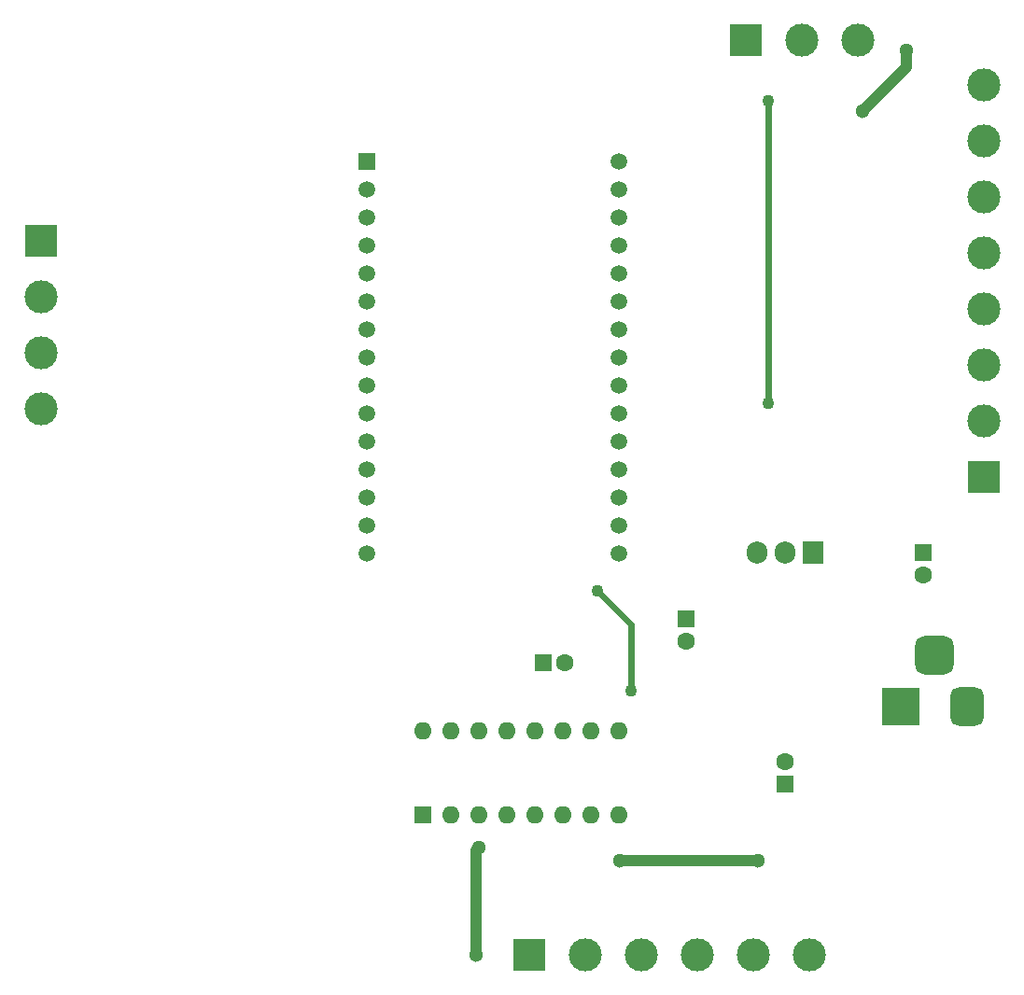
<source format=gbr>
%TF.GenerationSoftware,KiCad,Pcbnew,8.0.8*%
%TF.CreationDate,2025-03-03T11:51:37-05:00*%
%TF.ProjectId,PCB Andres Ortiz,50434220-416e-4647-9265-73204f727469,rev?*%
%TF.SameCoordinates,Original*%
%TF.FileFunction,Copper,L1,Top*%
%TF.FilePolarity,Positive*%
%FSLAX46Y46*%
G04 Gerber Fmt 4.6, Leading zero omitted, Abs format (unit mm)*
G04 Created by KiCad (PCBNEW 8.0.8) date 2025-03-03 11:51:37*
%MOMM*%
%LPD*%
G01*
G04 APERTURE LIST*
G04 Aperture macros list*
%AMRoundRect*
0 Rectangle with rounded corners*
0 $1 Rounding radius*
0 $2 $3 $4 $5 $6 $7 $8 $9 X,Y pos of 4 corners*
0 Add a 4 corners polygon primitive as box body*
4,1,4,$2,$3,$4,$5,$6,$7,$8,$9,$2,$3,0*
0 Add four circle primitives for the rounded corners*
1,1,$1+$1,$2,$3*
1,1,$1+$1,$4,$5*
1,1,$1+$1,$6,$7*
1,1,$1+$1,$8,$9*
0 Add four rect primitives between the rounded corners*
20,1,$1+$1,$2,$3,$4,$5,0*
20,1,$1+$1,$4,$5,$6,$7,0*
20,1,$1+$1,$6,$7,$8,$9,0*
20,1,$1+$1,$8,$9,$2,$3,0*%
G04 Aperture macros list end*
%TA.AperFunction,ComponentPad*%
%ADD10R,3.000000X3.000000*%
%TD*%
%TA.AperFunction,ComponentPad*%
%ADD11C,3.000000*%
%TD*%
%TA.AperFunction,ComponentPad*%
%ADD12R,3.500000X3.500000*%
%TD*%
%TA.AperFunction,ComponentPad*%
%ADD13RoundRect,0.750000X0.750000X1.000000X-0.750000X1.000000X-0.750000X-1.000000X0.750000X-1.000000X0*%
%TD*%
%TA.AperFunction,ComponentPad*%
%ADD14RoundRect,0.875000X0.875000X0.875000X-0.875000X0.875000X-0.875000X-0.875000X0.875000X-0.875000X0*%
%TD*%
%TA.AperFunction,ComponentPad*%
%ADD15R,1.600000X1.600000*%
%TD*%
%TA.AperFunction,ComponentPad*%
%ADD16C,1.600000*%
%TD*%
%TA.AperFunction,ComponentPad*%
%ADD17R,1.500000X1.500000*%
%TD*%
%TA.AperFunction,ComponentPad*%
%ADD18C,1.500000*%
%TD*%
%TA.AperFunction,ComponentPad*%
%ADD19O,1.600000X1.600000*%
%TD*%
%TA.AperFunction,ComponentPad*%
%ADD20R,1.905000X2.000000*%
%TD*%
%TA.AperFunction,ComponentPad*%
%ADD21O,1.905000X2.000000*%
%TD*%
%TA.AperFunction,ViaPad*%
%ADD22C,1.300000*%
%TD*%
%TA.AperFunction,ViaPad*%
%ADD23C,1.100000*%
%TD*%
%TA.AperFunction,Conductor*%
%ADD24C,1.000000*%
%TD*%
%TA.AperFunction,Conductor*%
%ADD25C,0.600000*%
%TD*%
G04 APERTURE END LIST*
D10*
%TO.P,J6,1,Pin_1*%
%TO.N,GND*%
X170420000Y-48000000D03*
D11*
%TO.P,J6,2,Pin_2*%
%TO.N,/turbi1*%
X175500000Y-48000000D03*
%TO.P,J6,3,Pin_3*%
%TO.N,/3.3v*%
X180580000Y-48000000D03*
%TD*%
D12*
%TO.P,J5,1*%
%TO.N,/VCC*%
X184500000Y-108500000D03*
D13*
%TO.P,J5,2*%
%TO.N,GND*%
X190500000Y-108500000D03*
D14*
%TO.P,J5,3*%
X187500000Y-103800000D03*
%TD*%
D10*
%TO.P,J2,1,Pin_1*%
%TO.N,GND*%
X192000000Y-87660000D03*
D11*
%TO.P,J2,2,Pin_2*%
X192000000Y-82580000D03*
%TO.P,J2,3,Pin_3*%
%TO.N,/S1*%
X192000000Y-77500000D03*
%TO.P,J2,4,Pin_4*%
%TO.N,/S0*%
X192000000Y-72420000D03*
%TO.P,J2,5,Pin_5*%
%TO.N,/S3*%
X192000000Y-67340000D03*
%TO.P,J2,6,Pin_6*%
%TO.N,/S2*%
X192000000Y-62260000D03*
%TO.P,J2,7,Pin_7*%
%TO.N,/OUT*%
X192000000Y-57180000D03*
%TO.P,J2,8,Pin_8*%
%TO.N,/3.3v*%
X192000000Y-52100000D03*
%TD*%
D15*
%TO.P,C4,1*%
%TO.N,+5V*%
X165000000Y-100544888D03*
D16*
%TO.P,C4,2*%
%TO.N,GND*%
X165000000Y-102544888D03*
%TD*%
D10*
%TO.P,J4,1,Pin_1*%
%TO.N,/3.3v*%
X106500000Y-66260000D03*
D11*
%TO.P,J4,2,Pin_2*%
%TO.N,GND*%
X106500000Y-71340000D03*
%TO.P,J4,3,Pin_3*%
%TO.N,/SDA*%
X106500000Y-76420000D03*
%TO.P,J4,4,Pin_4*%
%TO.N,/SCL*%
X106500000Y-81500000D03*
%TD*%
D15*
%TO.P,C1,1*%
%TO.N,/VCC*%
X174000000Y-115500000D03*
D16*
%TO.P,C1,2*%
%TO.N,GND*%
X174000000Y-113500000D03*
%TD*%
D15*
%TO.P,C2,1*%
%TO.N,+5V*%
X152044888Y-104500000D03*
D16*
%TO.P,C2,2*%
%TO.N,GND*%
X154044888Y-104500000D03*
%TD*%
D17*
%TO.P,U1,1,3V3*%
%TO.N,/3.3v*%
X136070000Y-59005000D03*
D18*
%TO.P,U1,2,GND*%
%TO.N,GND*%
X136070000Y-61545000D03*
%TO.P,U1,3,D15*%
%TO.N,unconnected-(U1-D15-Pad3)*%
X136070000Y-64085000D03*
%TO.P,U1,4,D2*%
%TO.N,unconnected-(U1-D2-Pad4)*%
X136070000Y-66625000D03*
%TO.P,U1,5,D4*%
%TO.N,unconnected-(U1-D4-Pad5)*%
X136070000Y-69165000D03*
%TO.P,U1,6,RX2*%
%TO.N,unconnected-(U1-RX2-Pad6)*%
X136070000Y-71705000D03*
%TO.P,U1,7,TX2*%
%TO.N,unconnected-(U1-TX2-Pad7)*%
X136070000Y-74245000D03*
%TO.P,U1,8,D5*%
%TO.N,unconnected-(U1-D5-Pad8)*%
X136070000Y-76785000D03*
%TO.P,U1,9,D18*%
%TO.N,/2a*%
X136070000Y-79325000D03*
%TO.P,U1,10,D19*%
%TO.N,/1a*%
X136070000Y-81865000D03*
%TO.P,U1,11,D21*%
%TO.N,/SDA*%
X136070000Y-84405000D03*
%TO.P,U1,12,RX0*%
%TO.N,unconnected-(U1-RX0-Pad12)*%
X136070000Y-86945000D03*
%TO.P,U1,13,TX0*%
%TO.N,unconnected-(U1-TX0-Pad13)*%
X136070000Y-89485000D03*
%TO.P,U1,14,D22*%
%TO.N,/SCL*%
X136070000Y-92025000D03*
%TO.P,U1,15,D23*%
%TO.N,unconnected-(U1-D23-Pad15)*%
X136070000Y-94565000D03*
%TO.P,U1,16,EN*%
%TO.N,unconnected-(U1-EN-Pad16)*%
X158930000Y-94565000D03*
%TO.P,U1,17,VP*%
%TO.N,unconnected-(U1-VP-Pad17)*%
X158930000Y-92025000D03*
%TO.P,U1,18,VN*%
%TO.N,unconnected-(U1-VN-Pad18)*%
X158930000Y-89485000D03*
%TO.P,U1,19,D34*%
%TO.N,/turbi1*%
X158930000Y-86945000D03*
%TO.P,U1,20,D35*%
%TO.N,unconnected-(U1-D35-Pad20)*%
X158930000Y-84405000D03*
%TO.P,U1,21,D32*%
%TO.N,unconnected-(U1-D32-Pad21)*%
X158930000Y-81865000D03*
%TO.P,U1,22,D33*%
%TO.N,unconnected-(U1-D33-Pad22)*%
X158930000Y-79325000D03*
%TO.P,U1,23,D25*%
%TO.N,/3a*%
X158930000Y-76785000D03*
%TO.P,U1,24,D26*%
%TO.N,/S1*%
X158930000Y-74245000D03*
%TO.P,U1,25,D27*%
%TO.N,/S0*%
X158930000Y-71705000D03*
%TO.P,U1,26,D14*%
%TO.N,/S3*%
X158930000Y-69165000D03*
%TO.P,U1,27,D12*%
%TO.N,/S2*%
X158930000Y-66625000D03*
%TO.P,U1,28,D13*%
%TO.N,/OUT*%
X158930000Y-64085000D03*
%TO.P,U1,29,GND*%
%TO.N,GND*%
X158930000Y-61545000D03*
%TO.P,U1,30,VIN*%
%TO.N,+5V*%
X158930000Y-59005000D03*
%TD*%
D10*
%TO.P,J3,1,Pin_1*%
%TO.N,/1y*%
X150800000Y-131000000D03*
D11*
%TO.P,J3,2,Pin_2*%
%TO.N,/2y*%
X155880000Y-131000000D03*
%TO.P,J3,3,Pin_3*%
%TO.N,/3y*%
X160960000Y-131000000D03*
%TO.P,J3,4,Pin_4*%
%TO.N,GND*%
X166040000Y-131000000D03*
%TO.P,J3,5,Pin_5*%
X171120000Y-131000000D03*
%TO.P,J3,6,Pin_6*%
X176200000Y-131000000D03*
%TD*%
D15*
%TO.P,C3,1*%
%TO.N,/VCC*%
X186500000Y-94544888D03*
D16*
%TO.P,C3,2*%
%TO.N,GND*%
X186500000Y-96544888D03*
%TD*%
D15*
%TO.P,U2,1,EN1\u002C2*%
%TO.N,unconnected-(U2-EN1\u002C2-Pad1)*%
X141125000Y-118300000D03*
D19*
%TO.P,U2,2,1A*%
%TO.N,/1a*%
X143665000Y-118300000D03*
%TO.P,U2,3,1Y*%
%TO.N,/1y*%
X146205000Y-118300000D03*
%TO.P,U2,4,GND*%
%TO.N,GND*%
X148745000Y-118300000D03*
%TO.P,U2,5,GND*%
X151285000Y-118300000D03*
%TO.P,U2,6,2Y*%
%TO.N,/2y*%
X153825000Y-118300000D03*
%TO.P,U2,7,2A*%
%TO.N,/2a*%
X156365000Y-118300000D03*
%TO.P,U2,8,VCC2*%
%TO.N,/VCC*%
X158905000Y-118300000D03*
%TO.P,U2,9,EN3\u002C4*%
%TO.N,unconnected-(U2-EN3\u002C4-Pad9)*%
X158905000Y-110680000D03*
%TO.P,U2,10,3A*%
%TO.N,/3a*%
X156365000Y-110680000D03*
%TO.P,U2,11,3Y*%
%TO.N,/3y*%
X153825000Y-110680000D03*
%TO.P,U2,12,GND*%
%TO.N,GND*%
X151285000Y-110680000D03*
%TO.P,U2,13,GND*%
X148745000Y-110680000D03*
%TO.P,U2,14,4Y*%
%TO.N,unconnected-(U2-4Y-Pad14)*%
X146205000Y-110680000D03*
%TO.P,U2,15,4A*%
%TO.N,unconnected-(U2-4A-Pad15)*%
X143665000Y-110680000D03*
%TO.P,U2,16,VCC1*%
%TO.N,+5V*%
X141125000Y-110680000D03*
%TD*%
D20*
%TO.P,U3,1,IN*%
%TO.N,/VCC*%
X176540000Y-94555000D03*
D21*
%TO.P,U3,2,GND*%
%TO.N,GND*%
X174000000Y-94555000D03*
%TO.P,U3,3,OUT*%
%TO.N,+5V*%
X171460000Y-94555000D03*
%TD*%
D22*
%TO.N,GND*%
X181000000Y-54500000D03*
X185000000Y-49000000D03*
%TO.N,/1y*%
X146000000Y-131000000D03*
X146250000Y-121250000D03*
%TO.N,/VCC*%
X171500000Y-122500000D03*
X159000000Y-122500000D03*
D23*
%TO.N,/3a*%
X160000000Y-107045000D03*
X157000000Y-98000000D03*
%TO.N,/turbi1*%
X172500000Y-81000000D03*
X172500000Y-53500000D03*
%TD*%
D24*
%TO.N,GND*%
X185000000Y-50500000D02*
X181000000Y-54500000D01*
X185000000Y-49000000D02*
X185000000Y-50500000D01*
%TO.N,/1y*%
X146250000Y-121250000D02*
X146000000Y-121500000D01*
X146000000Y-121500000D02*
X146000000Y-131000000D01*
%TO.N,/VCC*%
X171500000Y-122500000D02*
X159000000Y-122500000D01*
D25*
%TO.N,/3a*%
X160000000Y-101000000D02*
X160000000Y-107045000D01*
X157000000Y-98000000D02*
X160000000Y-101000000D01*
%TO.N,/turbi1*%
X172500000Y-53500000D02*
X172500000Y-81000000D01*
%TD*%
M02*

</source>
